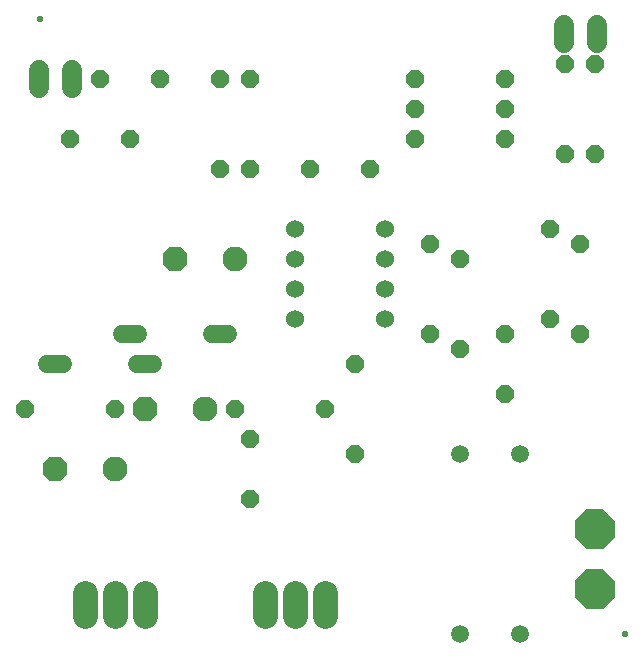
<source format=gbr>
G04 EAGLE Gerber RS-274X export*
G75*
%MOMM*%
%FSLAX34Y34*%
%LPD*%
%INSoldermask Bottom*%
%IPPOS*%
%AMOC8*
5,1,8,0,0,1.08239X$1,22.5*%
G01*
%ADD10C,0.553200*%
%ADD11P,1.649562X8X292.500000*%
%ADD12P,1.649562X8X22.500000*%
%ADD13C,2.108200*%
%ADD14P,2.281895X8X202.500000*%
%ADD15P,1.649562X8X112.500000*%
%ADD16C,1.524000*%
%ADD17P,3.629037X8X22.500000*%
%ADD18C,1.524000*%
%ADD19C,1.727200*%
%ADD20C,1.503200*%
%ADD21C,2.108200*%
%ADD22P,1.649562X8X202.500000*%


D10*
X25400Y546100D03*
X520700Y25400D03*
D11*
X419100Y279400D03*
X419100Y228600D03*
D12*
X76200Y495300D03*
X127000Y495300D03*
D13*
X88900Y165100D03*
D14*
X38100Y165100D03*
D15*
X203200Y139700D03*
X203200Y190500D03*
D13*
X190500Y342900D03*
D14*
X139700Y342900D03*
D13*
X165100Y215900D03*
D14*
X114300Y215900D03*
D12*
X50800Y444500D03*
X101600Y444500D03*
X254000Y419100D03*
X304800Y419100D03*
D16*
X44704Y254000D02*
X31496Y254000D01*
X107696Y254000D02*
X120904Y254000D01*
X171196Y279400D02*
X184404Y279400D01*
X108204Y279400D02*
X94996Y279400D01*
D17*
X495300Y63500D03*
X495300Y114300D03*
D18*
X241300Y368300D03*
X241300Y342900D03*
X317500Y342900D03*
X317500Y368300D03*
X241300Y317500D03*
X241300Y292100D03*
X317500Y317500D03*
X317500Y292100D03*
D19*
X468630Y525780D02*
X468630Y541020D01*
X496570Y541020D02*
X496570Y525780D01*
D20*
X381000Y25400D03*
X431800Y25400D03*
X381000Y177800D03*
X431800Y177800D03*
D19*
X24130Y487680D02*
X24130Y502920D01*
X52070Y502920D02*
X52070Y487680D01*
D11*
X355600Y355600D03*
X355600Y279400D03*
D12*
X190500Y215900D03*
X266700Y215900D03*
D21*
X114300Y60325D02*
X114300Y41275D01*
X88900Y41275D02*
X88900Y60325D01*
X63500Y60325D02*
X63500Y41275D01*
X266700Y41275D02*
X266700Y60325D01*
X241300Y60325D02*
X241300Y41275D01*
X215900Y41275D02*
X215900Y60325D01*
D22*
X88900Y215900D03*
X12700Y215900D03*
D15*
X292100Y177800D03*
X292100Y254000D03*
D22*
X419100Y469900D03*
X342900Y469900D03*
X419100Y444500D03*
X342900Y444500D03*
D11*
X177800Y495300D03*
X177800Y419100D03*
D15*
X203200Y419100D03*
X203200Y495300D03*
D11*
X469900Y508000D03*
X469900Y431800D03*
X495300Y508000D03*
X495300Y431800D03*
D22*
X419100Y495300D03*
X342900Y495300D03*
D15*
X482600Y279400D03*
X482600Y355600D03*
D11*
X457200Y368300D03*
X457200Y292100D03*
D15*
X381000Y266700D03*
X381000Y342900D03*
M02*

</source>
